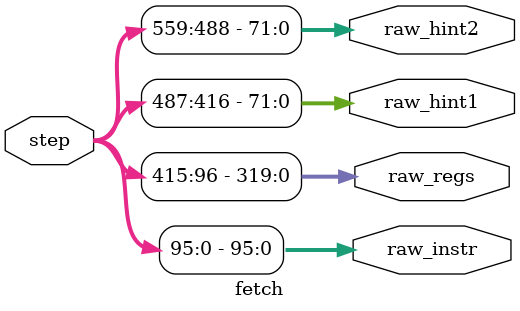
<source format=v>
module fetch(
  input [559:0] step,

  output [95:0] raw_instr,
  output [319:0] raw_regs,
  output [71:0] raw_hint1,
  output [71:0] raw_hint2
);

assign raw_instr = step[95:0];
assign raw_regs = step[415:96];
assign raw_hint1 = step[487:416];
assign raw_hint2 = step[559:488];

endmodule

</source>
